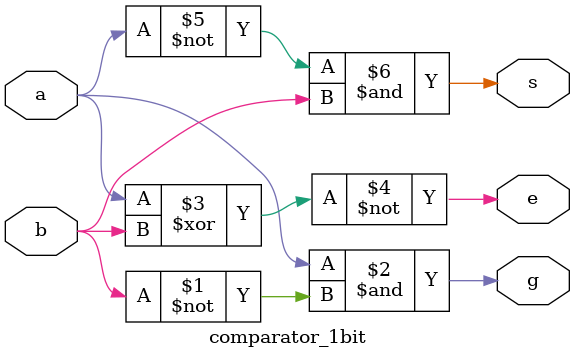
<source format=v>
`timescale 1ns / 1ps


module comparator_1bit(a,b,g,e,s);
    input a,b;
    output g,e,s;
    
    assign g=a&(~b);
    assign e=~(a^b);
    assign s=(~a)&b;
endmodule

</source>
